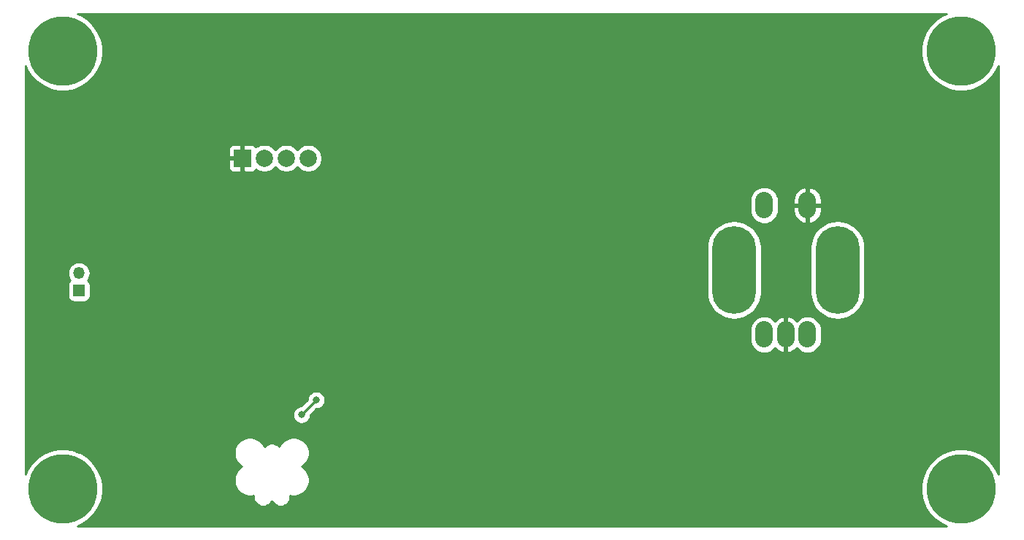
<source format=gbr>
G04 #@! TF.GenerationSoftware,KiCad,Pcbnew,5.1.2-5.1.2*
G04 #@! TF.CreationDate,2019-04-30T10:28:01-04:00*
G04 #@! TF.ProjectId,Controlpanel,436f6e74-726f-46c7-9061-6e656c2e6b69,rev?*
G04 #@! TF.SameCoordinates,Original*
G04 #@! TF.FileFunction,Copper,L2,Bot*
G04 #@! TF.FilePolarity,Positive*
%FSLAX46Y46*%
G04 Gerber Fmt 4.6, Leading zero omitted, Abs format (unit mm)*
G04 Created by KiCad (PCBNEW 5.1.2-5.1.2) date 2019-04-30 10:28:01*
%MOMM*%
%LPD*%
G04 APERTURE LIST*
%ADD10C,8.000000*%
%ADD11O,1.350000X1.350000*%
%ADD12R,1.350000X1.350000*%
%ADD13O,2.032000X3.048000*%
%ADD14O,5.080000X10.160000*%
%ADD15C,2.000000*%
%ADD16R,2.000000X2.000000*%
%ADD17C,0.800000*%
%ADD18C,0.250000*%
%ADD19C,0.254000*%
G04 APERTURE END LIST*
D10*
X157480000Y-55880000D03*
X261620000Y-55880000D03*
X261620000Y-106680000D03*
X157480000Y-106680000D03*
D11*
X159359600Y-81667600D03*
D12*
X159359600Y-83667600D03*
D13*
X241300000Y-88780000D03*
X243800000Y-88780000D03*
X238800000Y-88780000D03*
X243800000Y-73780000D03*
X238800000Y-73780000D03*
D14*
X235300000Y-81280000D03*
X247300000Y-81280000D03*
D15*
X185928000Y-68326000D03*
X183388000Y-68326000D03*
X180848000Y-68326000D03*
D16*
X178308000Y-68326000D03*
D17*
X159461200Y-73304400D03*
X240766600Y-97409000D03*
X226542600Y-71120000D03*
X224790000Y-71120000D03*
X223088200Y-71120000D03*
X217627200Y-58013600D03*
X240030000Y-63423800D03*
X218414600Y-79375000D03*
X218785400Y-90154800D03*
X218236800Y-103124000D03*
X207111600Y-104521000D03*
X201523600Y-87731600D03*
X175082200Y-101701600D03*
X185166000Y-98094800D03*
X186867800Y-96367600D03*
D18*
X185166000Y-98094800D02*
X185166000Y-98069400D01*
X185166000Y-98069400D02*
X186867800Y-96367600D01*
D19*
G36*
X259424504Y-51772516D02*
G01*
X258665360Y-52279760D01*
X258019760Y-52925360D01*
X257512516Y-53684504D01*
X257163120Y-54528020D01*
X256985000Y-55423492D01*
X256985000Y-56336508D01*
X257163120Y-57231980D01*
X257512516Y-58075496D01*
X258019760Y-58834640D01*
X258665360Y-59480240D01*
X259424504Y-59987484D01*
X260268020Y-60336880D01*
X261163492Y-60515000D01*
X262076508Y-60515000D01*
X262971980Y-60336880D01*
X263815496Y-59987484D01*
X264574640Y-59480240D01*
X265220240Y-58834640D01*
X265727484Y-58075496D01*
X265938000Y-57567266D01*
X265938000Y-104992734D01*
X265727484Y-104484504D01*
X265220240Y-103725360D01*
X264574640Y-103079760D01*
X263815496Y-102572516D01*
X262971980Y-102223120D01*
X262076508Y-102045000D01*
X261163492Y-102045000D01*
X260268020Y-102223120D01*
X259424504Y-102572516D01*
X258665360Y-103079760D01*
X258019760Y-103725360D01*
X257512516Y-104484504D01*
X257163120Y-105328020D01*
X256985000Y-106223492D01*
X256985000Y-107136508D01*
X257163120Y-108031980D01*
X257512516Y-108875496D01*
X258019760Y-109634640D01*
X258665360Y-110280240D01*
X259424504Y-110787484D01*
X259932734Y-110998000D01*
X159167266Y-110998000D01*
X159675496Y-110787484D01*
X160434640Y-110280240D01*
X161080240Y-109634640D01*
X161587484Y-108875496D01*
X161936880Y-108031980D01*
X162115000Y-107136508D01*
X162115000Y-106223492D01*
X161936880Y-105328020D01*
X161587484Y-104484504D01*
X161080240Y-103725360D01*
X160434640Y-103079760D01*
X159675496Y-102572516D01*
X159101851Y-102334904D01*
X177349150Y-102334904D01*
X177349150Y-102693896D01*
X177419186Y-103045989D01*
X177556566Y-103377654D01*
X177756011Y-103676144D01*
X178009856Y-103929989D01*
X178267139Y-104101900D01*
X178009856Y-104273811D01*
X177756011Y-104527656D01*
X177556566Y-104826146D01*
X177419186Y-105157811D01*
X177349150Y-105509904D01*
X177349150Y-105868896D01*
X177419186Y-106220989D01*
X177556566Y-106552654D01*
X177756011Y-106851144D01*
X178009856Y-107104989D01*
X178308346Y-107304434D01*
X178640011Y-107441814D01*
X178992104Y-107511850D01*
X179351096Y-107511850D01*
X179568165Y-107468672D01*
X179565300Y-107483075D01*
X179565300Y-107705725D01*
X179608737Y-107924096D01*
X179693941Y-108129798D01*
X179817639Y-108314924D01*
X179975076Y-108472361D01*
X180160202Y-108596059D01*
X180365904Y-108681263D01*
X180584275Y-108724700D01*
X180806925Y-108724700D01*
X181025296Y-108681263D01*
X181230998Y-108596059D01*
X181416124Y-108472361D01*
X181573561Y-108314924D01*
X181697259Y-108129798D01*
X181711600Y-108095176D01*
X181725941Y-108129798D01*
X181849639Y-108314924D01*
X182007076Y-108472361D01*
X182192202Y-108596059D01*
X182397904Y-108681263D01*
X182616275Y-108724700D01*
X182838925Y-108724700D01*
X183057296Y-108681263D01*
X183262998Y-108596059D01*
X183448124Y-108472361D01*
X183605561Y-108314924D01*
X183729259Y-108129798D01*
X183814463Y-107924096D01*
X183857900Y-107705725D01*
X183857900Y-107483075D01*
X183855035Y-107468672D01*
X184072104Y-107511850D01*
X184431096Y-107511850D01*
X184783189Y-107441814D01*
X185114854Y-107304434D01*
X185413344Y-107104989D01*
X185667189Y-106851144D01*
X185866634Y-106552654D01*
X186004014Y-106220989D01*
X186074050Y-105868896D01*
X186074050Y-105509904D01*
X186004014Y-105157811D01*
X185866634Y-104826146D01*
X185667189Y-104527656D01*
X185413344Y-104273811D01*
X185156061Y-104101900D01*
X185413344Y-103929989D01*
X185667189Y-103676144D01*
X185866634Y-103377654D01*
X186004014Y-103045989D01*
X186074050Y-102693896D01*
X186074050Y-102334904D01*
X186004014Y-101982811D01*
X185866634Y-101651146D01*
X185667189Y-101352656D01*
X185413344Y-101098811D01*
X185114854Y-100899366D01*
X184783189Y-100761986D01*
X184431096Y-100691950D01*
X184072104Y-100691950D01*
X183720011Y-100761986D01*
X183388346Y-100899366D01*
X183089856Y-101098811D01*
X182836011Y-101352656D01*
X182636566Y-101651146D01*
X182580994Y-101785309D01*
X182432124Y-101636439D01*
X182246998Y-101512741D01*
X182041296Y-101427537D01*
X181822925Y-101384100D01*
X181600275Y-101384100D01*
X181381904Y-101427537D01*
X181176202Y-101512741D01*
X180991076Y-101636439D01*
X180842206Y-101785309D01*
X180786634Y-101651146D01*
X180587189Y-101352656D01*
X180333344Y-101098811D01*
X180034854Y-100899366D01*
X179703189Y-100761986D01*
X179351096Y-100691950D01*
X178992104Y-100691950D01*
X178640011Y-100761986D01*
X178308346Y-100899366D01*
X178009856Y-101098811D01*
X177756011Y-101352656D01*
X177556566Y-101651146D01*
X177419186Y-101982811D01*
X177349150Y-102334904D01*
X159101851Y-102334904D01*
X158831980Y-102223120D01*
X157936508Y-102045000D01*
X157023492Y-102045000D01*
X156128020Y-102223120D01*
X155284504Y-102572516D01*
X154525360Y-103079760D01*
X153879760Y-103725360D01*
X153372516Y-104484504D01*
X153162000Y-104992734D01*
X153162000Y-97992861D01*
X184131000Y-97992861D01*
X184131000Y-98196739D01*
X184170774Y-98396698D01*
X184248795Y-98585056D01*
X184362063Y-98754574D01*
X184506226Y-98898737D01*
X184675744Y-99012005D01*
X184864102Y-99090026D01*
X185064061Y-99129800D01*
X185267939Y-99129800D01*
X185467898Y-99090026D01*
X185656256Y-99012005D01*
X185825774Y-98898737D01*
X185969937Y-98754574D01*
X186083205Y-98585056D01*
X186161226Y-98396698D01*
X186201000Y-98196739D01*
X186201000Y-98109201D01*
X186907602Y-97402600D01*
X186969739Y-97402600D01*
X187169698Y-97362826D01*
X187358056Y-97284805D01*
X187527574Y-97171537D01*
X187671737Y-97027374D01*
X187785005Y-96857856D01*
X187863026Y-96669498D01*
X187902800Y-96469539D01*
X187902800Y-96265661D01*
X187863026Y-96065702D01*
X187785005Y-95877344D01*
X187671737Y-95707826D01*
X187527574Y-95563663D01*
X187358056Y-95450395D01*
X187169698Y-95372374D01*
X186969739Y-95332600D01*
X186765861Y-95332600D01*
X186565902Y-95372374D01*
X186377544Y-95450395D01*
X186208026Y-95563663D01*
X186063863Y-95707826D01*
X185950595Y-95877344D01*
X185872574Y-96065702D01*
X185832800Y-96265661D01*
X185832800Y-96327798D01*
X185100799Y-97059800D01*
X185064061Y-97059800D01*
X184864102Y-97099574D01*
X184675744Y-97177595D01*
X184506226Y-97290863D01*
X184362063Y-97435026D01*
X184248795Y-97604544D01*
X184170774Y-97792902D01*
X184131000Y-97992861D01*
X153162000Y-97992861D01*
X153162000Y-88190897D01*
X237149000Y-88190897D01*
X237149000Y-89369104D01*
X237172889Y-89611653D01*
X237267295Y-89922867D01*
X237420603Y-90209684D01*
X237626919Y-90461082D01*
X237878317Y-90667398D01*
X238165134Y-90820705D01*
X238476348Y-90915111D01*
X238800000Y-90946988D01*
X239123653Y-90915111D01*
X239434867Y-90820705D01*
X239721684Y-90667398D01*
X239973082Y-90461082D01*
X240050898Y-90366263D01*
X240222369Y-90545236D01*
X240488350Y-90731314D01*
X240785522Y-90861926D01*
X240917056Y-90893975D01*
X241173000Y-90774836D01*
X241173000Y-88907000D01*
X241153000Y-88907000D01*
X241153000Y-88653000D01*
X241173000Y-88653000D01*
X241173000Y-86785164D01*
X241427000Y-86785164D01*
X241427000Y-88653000D01*
X241447000Y-88653000D01*
X241447000Y-88907000D01*
X241427000Y-88907000D01*
X241427000Y-90774836D01*
X241682944Y-90893975D01*
X241814478Y-90861926D01*
X242111650Y-90731314D01*
X242377631Y-90545236D01*
X242549103Y-90366262D01*
X242626919Y-90461082D01*
X242878317Y-90667398D01*
X243165134Y-90820705D01*
X243476348Y-90915111D01*
X243800000Y-90946988D01*
X244123653Y-90915111D01*
X244434867Y-90820705D01*
X244721684Y-90667398D01*
X244973082Y-90461082D01*
X245179398Y-90209684D01*
X245332705Y-89922867D01*
X245427111Y-89611653D01*
X245451000Y-89369104D01*
X245451000Y-88190896D01*
X245427111Y-87948347D01*
X245332705Y-87637133D01*
X245179398Y-87350316D01*
X244973082Y-87098918D01*
X244721683Y-86892602D01*
X244434866Y-86739295D01*
X244123652Y-86644889D01*
X243800000Y-86613012D01*
X243476347Y-86644889D01*
X243165133Y-86739295D01*
X242878316Y-86892602D01*
X242626918Y-87098918D01*
X242549102Y-87193737D01*
X242377631Y-87014764D01*
X242111650Y-86828686D01*
X241814478Y-86698074D01*
X241682944Y-86666025D01*
X241427000Y-86785164D01*
X241173000Y-86785164D01*
X240917056Y-86666025D01*
X240785522Y-86698074D01*
X240488350Y-86828686D01*
X240222369Y-87014764D01*
X240050898Y-87193737D01*
X239973082Y-87098918D01*
X239721683Y-86892602D01*
X239434866Y-86739295D01*
X239123652Y-86644889D01*
X238800000Y-86613012D01*
X238476347Y-86644889D01*
X238165133Y-86739295D01*
X237878316Y-86892602D01*
X237626918Y-87098918D01*
X237420602Y-87350317D01*
X237267295Y-87637134D01*
X237172889Y-87948348D01*
X237149000Y-88190897D01*
X153162000Y-88190897D01*
X153162000Y-81667600D01*
X158043262Y-81667600D01*
X158068555Y-81924405D01*
X158143462Y-82171341D01*
X158265105Y-82398918D01*
X158322231Y-82468526D01*
X158233415Y-82541415D01*
X158154063Y-82638106D01*
X158095098Y-82748420D01*
X158058788Y-82868118D01*
X158046528Y-82992600D01*
X158046528Y-84342600D01*
X158058788Y-84467082D01*
X158095098Y-84586780D01*
X158154063Y-84697094D01*
X158233415Y-84793785D01*
X158330106Y-84873137D01*
X158440420Y-84932102D01*
X158560118Y-84968412D01*
X158684600Y-84980672D01*
X160034600Y-84980672D01*
X160159082Y-84968412D01*
X160278780Y-84932102D01*
X160389094Y-84873137D01*
X160485785Y-84793785D01*
X160565137Y-84697094D01*
X160624102Y-84586780D01*
X160660412Y-84467082D01*
X160672672Y-84342600D01*
X160672672Y-82992600D01*
X160660412Y-82868118D01*
X160624102Y-82748420D01*
X160565137Y-82638106D01*
X160485785Y-82541415D01*
X160396969Y-82468526D01*
X160454095Y-82398918D01*
X160575738Y-82171341D01*
X160650645Y-81924405D01*
X160675938Y-81667600D01*
X160650645Y-81410795D01*
X160575738Y-81163859D01*
X160454095Y-80936282D01*
X160290392Y-80736808D01*
X160090918Y-80573105D01*
X159863341Y-80451462D01*
X159616405Y-80376555D01*
X159423951Y-80357600D01*
X159295249Y-80357600D01*
X159102795Y-80376555D01*
X158855859Y-80451462D01*
X158628282Y-80573105D01*
X158428808Y-80736808D01*
X158265105Y-80936282D01*
X158143462Y-81163859D01*
X158068555Y-81410795D01*
X158043262Y-81667600D01*
X153162000Y-81667600D01*
X153162000Y-78584028D01*
X232125000Y-78584028D01*
X232125001Y-83975973D01*
X232170941Y-84442409D01*
X232352491Y-85040899D01*
X232647312Y-85592470D01*
X233044074Y-86075927D01*
X233527531Y-86472689D01*
X234079102Y-86767510D01*
X234677592Y-86949060D01*
X235300000Y-87010362D01*
X235922409Y-86949060D01*
X236520899Y-86767510D01*
X237072470Y-86472689D01*
X237555927Y-86075927D01*
X237952689Y-85592470D01*
X238247510Y-85040899D01*
X238429060Y-84442409D01*
X238475000Y-83975973D01*
X238475000Y-78584028D01*
X244125000Y-78584028D01*
X244125001Y-83975973D01*
X244170941Y-84442409D01*
X244352491Y-85040899D01*
X244647312Y-85592470D01*
X245044074Y-86075927D01*
X245527531Y-86472689D01*
X246079102Y-86767510D01*
X246677592Y-86949060D01*
X247300000Y-87010362D01*
X247922409Y-86949060D01*
X248520899Y-86767510D01*
X249072470Y-86472689D01*
X249555927Y-86075927D01*
X249952689Y-85592470D01*
X250247510Y-85040899D01*
X250429060Y-84442409D01*
X250475000Y-83975973D01*
X250475000Y-78584027D01*
X250429060Y-78117591D01*
X250247510Y-77519101D01*
X249952689Y-76967530D01*
X249555927Y-76484073D01*
X249072469Y-76087311D01*
X248520898Y-75792490D01*
X247922408Y-75610940D01*
X247300000Y-75549638D01*
X246677591Y-75610940D01*
X246079101Y-75792490D01*
X245527530Y-76087311D01*
X245044073Y-76484073D01*
X244647311Y-76967531D01*
X244352490Y-77519102D01*
X244170940Y-78117592D01*
X244125000Y-78584028D01*
X238475000Y-78584028D01*
X238475000Y-78584027D01*
X238429060Y-78117591D01*
X238247510Y-77519101D01*
X237952689Y-76967530D01*
X237555927Y-76484073D01*
X237072469Y-76087311D01*
X236520898Y-75792490D01*
X235922408Y-75610940D01*
X235300000Y-75549638D01*
X234677591Y-75610940D01*
X234079101Y-75792490D01*
X233527530Y-76087311D01*
X233044073Y-76484073D01*
X232647311Y-76967531D01*
X232352490Y-77519102D01*
X232170940Y-78117592D01*
X232125000Y-78584028D01*
X153162000Y-78584028D01*
X153162000Y-73190897D01*
X237149000Y-73190897D01*
X237149000Y-74369104D01*
X237172889Y-74611653D01*
X237267295Y-74922867D01*
X237420603Y-75209684D01*
X237626919Y-75461082D01*
X237878317Y-75667398D01*
X238165134Y-75820705D01*
X238476348Y-75915111D01*
X238800000Y-75946988D01*
X239123653Y-75915111D01*
X239434867Y-75820705D01*
X239721684Y-75667398D01*
X239973082Y-75461082D01*
X240179398Y-75209684D01*
X240332705Y-74922867D01*
X240427111Y-74611653D01*
X240451000Y-74369104D01*
X240451000Y-73907000D01*
X242149000Y-73907000D01*
X242149000Y-74415000D01*
X242205500Y-74734654D01*
X242323276Y-75037143D01*
X242497801Y-75310843D01*
X242722369Y-75545236D01*
X242988350Y-75731314D01*
X243285522Y-75861926D01*
X243417056Y-75893975D01*
X243673000Y-75774836D01*
X243673000Y-73907000D01*
X243927000Y-73907000D01*
X243927000Y-75774836D01*
X244182944Y-75893975D01*
X244314478Y-75861926D01*
X244611650Y-75731314D01*
X244877631Y-75545236D01*
X245102199Y-75310843D01*
X245276724Y-75037143D01*
X245394500Y-74734654D01*
X245451000Y-74415000D01*
X245451000Y-73907000D01*
X243927000Y-73907000D01*
X243673000Y-73907000D01*
X242149000Y-73907000D01*
X240451000Y-73907000D01*
X240451000Y-73190896D01*
X240446480Y-73145000D01*
X242149000Y-73145000D01*
X242149000Y-73653000D01*
X243673000Y-73653000D01*
X243673000Y-71785164D01*
X243927000Y-71785164D01*
X243927000Y-73653000D01*
X245451000Y-73653000D01*
X245451000Y-73145000D01*
X245394500Y-72825346D01*
X245276724Y-72522857D01*
X245102199Y-72249157D01*
X244877631Y-72014764D01*
X244611650Y-71828686D01*
X244314478Y-71698074D01*
X244182944Y-71666025D01*
X243927000Y-71785164D01*
X243673000Y-71785164D01*
X243417056Y-71666025D01*
X243285522Y-71698074D01*
X242988350Y-71828686D01*
X242722369Y-72014764D01*
X242497801Y-72249157D01*
X242323276Y-72522857D01*
X242205500Y-72825346D01*
X242149000Y-73145000D01*
X240446480Y-73145000D01*
X240427111Y-72948347D01*
X240332705Y-72637133D01*
X240179398Y-72350316D01*
X239973082Y-72098918D01*
X239721683Y-71892602D01*
X239434866Y-71739295D01*
X239123652Y-71644889D01*
X238800000Y-71613012D01*
X238476347Y-71644889D01*
X238165133Y-71739295D01*
X237878316Y-71892602D01*
X237626918Y-72098918D01*
X237420602Y-72350317D01*
X237267295Y-72637134D01*
X237172889Y-72948348D01*
X237149000Y-73190897D01*
X153162000Y-73190897D01*
X153162000Y-69326000D01*
X176669928Y-69326000D01*
X176682188Y-69450482D01*
X176718498Y-69570180D01*
X176777463Y-69680494D01*
X176856815Y-69777185D01*
X176953506Y-69856537D01*
X177063820Y-69915502D01*
X177183518Y-69951812D01*
X177308000Y-69964072D01*
X178022250Y-69961000D01*
X178181000Y-69802250D01*
X178181000Y-68453000D01*
X176831750Y-68453000D01*
X176673000Y-68611750D01*
X176669928Y-69326000D01*
X153162000Y-69326000D01*
X153162000Y-67326000D01*
X176669928Y-67326000D01*
X176673000Y-68040250D01*
X176831750Y-68199000D01*
X178181000Y-68199000D01*
X178181000Y-66849750D01*
X178435000Y-66849750D01*
X178435000Y-68199000D01*
X178455000Y-68199000D01*
X178455000Y-68453000D01*
X178435000Y-68453000D01*
X178435000Y-69802250D01*
X178593750Y-69961000D01*
X179308000Y-69964072D01*
X179432482Y-69951812D01*
X179552180Y-69915502D01*
X179662494Y-69856537D01*
X179759185Y-69777185D01*
X179838537Y-69680494D01*
X179863191Y-69634370D01*
X180073537Y-69774918D01*
X180371088Y-69898168D01*
X180686967Y-69961000D01*
X181009033Y-69961000D01*
X181324912Y-69898168D01*
X181622463Y-69774918D01*
X181890252Y-69595987D01*
X182117987Y-69368252D01*
X182118000Y-69368233D01*
X182118013Y-69368252D01*
X182345748Y-69595987D01*
X182613537Y-69774918D01*
X182911088Y-69898168D01*
X183226967Y-69961000D01*
X183549033Y-69961000D01*
X183864912Y-69898168D01*
X184162463Y-69774918D01*
X184430252Y-69595987D01*
X184657987Y-69368252D01*
X184658000Y-69368233D01*
X184658013Y-69368252D01*
X184885748Y-69595987D01*
X185153537Y-69774918D01*
X185451088Y-69898168D01*
X185766967Y-69961000D01*
X186089033Y-69961000D01*
X186404912Y-69898168D01*
X186702463Y-69774918D01*
X186970252Y-69595987D01*
X187197987Y-69368252D01*
X187376918Y-69100463D01*
X187500168Y-68802912D01*
X187563000Y-68487033D01*
X187563000Y-68164967D01*
X187500168Y-67849088D01*
X187376918Y-67551537D01*
X187197987Y-67283748D01*
X186970252Y-67056013D01*
X186702463Y-66877082D01*
X186404912Y-66753832D01*
X186089033Y-66691000D01*
X185766967Y-66691000D01*
X185451088Y-66753832D01*
X185153537Y-66877082D01*
X184885748Y-67056013D01*
X184658013Y-67283748D01*
X184658000Y-67283767D01*
X184657987Y-67283748D01*
X184430252Y-67056013D01*
X184162463Y-66877082D01*
X183864912Y-66753832D01*
X183549033Y-66691000D01*
X183226967Y-66691000D01*
X182911088Y-66753832D01*
X182613537Y-66877082D01*
X182345748Y-67056013D01*
X182118013Y-67283748D01*
X182118000Y-67283767D01*
X182117987Y-67283748D01*
X181890252Y-67056013D01*
X181622463Y-66877082D01*
X181324912Y-66753832D01*
X181009033Y-66691000D01*
X180686967Y-66691000D01*
X180371088Y-66753832D01*
X180073537Y-66877082D01*
X179863191Y-67017630D01*
X179838537Y-66971506D01*
X179759185Y-66874815D01*
X179662494Y-66795463D01*
X179552180Y-66736498D01*
X179432482Y-66700188D01*
X179308000Y-66687928D01*
X178593750Y-66691000D01*
X178435000Y-66849750D01*
X178181000Y-66849750D01*
X178022250Y-66691000D01*
X177308000Y-66687928D01*
X177183518Y-66700188D01*
X177063820Y-66736498D01*
X176953506Y-66795463D01*
X176856815Y-66874815D01*
X176777463Y-66971506D01*
X176718498Y-67081820D01*
X176682188Y-67201518D01*
X176669928Y-67326000D01*
X153162000Y-67326000D01*
X153162000Y-57567266D01*
X153372516Y-58075496D01*
X153879760Y-58834640D01*
X154525360Y-59480240D01*
X155284504Y-59987484D01*
X156128020Y-60336880D01*
X157023492Y-60515000D01*
X157936508Y-60515000D01*
X158831980Y-60336880D01*
X159675496Y-59987484D01*
X160434640Y-59480240D01*
X161080240Y-58834640D01*
X161587484Y-58075496D01*
X161936880Y-57231980D01*
X162115000Y-56336508D01*
X162115000Y-55423492D01*
X161936880Y-54528020D01*
X161587484Y-53684504D01*
X161080240Y-52925360D01*
X160434640Y-52279760D01*
X159675496Y-51772516D01*
X159167266Y-51562000D01*
X259932734Y-51562000D01*
X259424504Y-51772516D01*
X259424504Y-51772516D01*
G37*
X259424504Y-51772516D02*
X258665360Y-52279760D01*
X258019760Y-52925360D01*
X257512516Y-53684504D01*
X257163120Y-54528020D01*
X256985000Y-55423492D01*
X256985000Y-56336508D01*
X257163120Y-57231980D01*
X257512516Y-58075496D01*
X258019760Y-58834640D01*
X258665360Y-59480240D01*
X259424504Y-59987484D01*
X260268020Y-60336880D01*
X261163492Y-60515000D01*
X262076508Y-60515000D01*
X262971980Y-60336880D01*
X263815496Y-59987484D01*
X264574640Y-59480240D01*
X265220240Y-58834640D01*
X265727484Y-58075496D01*
X265938000Y-57567266D01*
X265938000Y-104992734D01*
X265727484Y-104484504D01*
X265220240Y-103725360D01*
X264574640Y-103079760D01*
X263815496Y-102572516D01*
X262971980Y-102223120D01*
X262076508Y-102045000D01*
X261163492Y-102045000D01*
X260268020Y-102223120D01*
X259424504Y-102572516D01*
X258665360Y-103079760D01*
X258019760Y-103725360D01*
X257512516Y-104484504D01*
X257163120Y-105328020D01*
X256985000Y-106223492D01*
X256985000Y-107136508D01*
X257163120Y-108031980D01*
X257512516Y-108875496D01*
X258019760Y-109634640D01*
X258665360Y-110280240D01*
X259424504Y-110787484D01*
X259932734Y-110998000D01*
X159167266Y-110998000D01*
X159675496Y-110787484D01*
X160434640Y-110280240D01*
X161080240Y-109634640D01*
X161587484Y-108875496D01*
X161936880Y-108031980D01*
X162115000Y-107136508D01*
X162115000Y-106223492D01*
X161936880Y-105328020D01*
X161587484Y-104484504D01*
X161080240Y-103725360D01*
X160434640Y-103079760D01*
X159675496Y-102572516D01*
X159101851Y-102334904D01*
X177349150Y-102334904D01*
X177349150Y-102693896D01*
X177419186Y-103045989D01*
X177556566Y-103377654D01*
X177756011Y-103676144D01*
X178009856Y-103929989D01*
X178267139Y-104101900D01*
X178009856Y-104273811D01*
X177756011Y-104527656D01*
X177556566Y-104826146D01*
X177419186Y-105157811D01*
X177349150Y-105509904D01*
X177349150Y-105868896D01*
X177419186Y-106220989D01*
X177556566Y-106552654D01*
X177756011Y-106851144D01*
X178009856Y-107104989D01*
X178308346Y-107304434D01*
X178640011Y-107441814D01*
X178992104Y-107511850D01*
X179351096Y-107511850D01*
X179568165Y-107468672D01*
X179565300Y-107483075D01*
X179565300Y-107705725D01*
X179608737Y-107924096D01*
X179693941Y-108129798D01*
X179817639Y-108314924D01*
X179975076Y-108472361D01*
X180160202Y-108596059D01*
X180365904Y-108681263D01*
X180584275Y-108724700D01*
X180806925Y-108724700D01*
X181025296Y-108681263D01*
X181230998Y-108596059D01*
X181416124Y-108472361D01*
X181573561Y-108314924D01*
X181697259Y-108129798D01*
X181711600Y-108095176D01*
X181725941Y-108129798D01*
X181849639Y-108314924D01*
X182007076Y-108472361D01*
X182192202Y-108596059D01*
X182397904Y-108681263D01*
X182616275Y-108724700D01*
X182838925Y-108724700D01*
X183057296Y-108681263D01*
X183262998Y-108596059D01*
X183448124Y-108472361D01*
X183605561Y-108314924D01*
X183729259Y-108129798D01*
X183814463Y-107924096D01*
X183857900Y-107705725D01*
X183857900Y-107483075D01*
X183855035Y-107468672D01*
X184072104Y-107511850D01*
X184431096Y-107511850D01*
X184783189Y-107441814D01*
X185114854Y-107304434D01*
X185413344Y-107104989D01*
X185667189Y-106851144D01*
X185866634Y-106552654D01*
X186004014Y-106220989D01*
X186074050Y-105868896D01*
X186074050Y-105509904D01*
X186004014Y-105157811D01*
X185866634Y-104826146D01*
X185667189Y-104527656D01*
X185413344Y-104273811D01*
X185156061Y-104101900D01*
X185413344Y-103929989D01*
X185667189Y-103676144D01*
X185866634Y-103377654D01*
X186004014Y-103045989D01*
X186074050Y-102693896D01*
X186074050Y-102334904D01*
X186004014Y-101982811D01*
X185866634Y-101651146D01*
X185667189Y-101352656D01*
X185413344Y-101098811D01*
X185114854Y-100899366D01*
X184783189Y-100761986D01*
X184431096Y-100691950D01*
X184072104Y-100691950D01*
X183720011Y-100761986D01*
X183388346Y-100899366D01*
X183089856Y-101098811D01*
X182836011Y-101352656D01*
X182636566Y-101651146D01*
X182580994Y-101785309D01*
X182432124Y-101636439D01*
X182246998Y-101512741D01*
X182041296Y-101427537D01*
X181822925Y-101384100D01*
X181600275Y-101384100D01*
X181381904Y-101427537D01*
X181176202Y-101512741D01*
X180991076Y-101636439D01*
X180842206Y-101785309D01*
X180786634Y-101651146D01*
X180587189Y-101352656D01*
X180333344Y-101098811D01*
X180034854Y-100899366D01*
X179703189Y-100761986D01*
X179351096Y-100691950D01*
X178992104Y-100691950D01*
X178640011Y-100761986D01*
X178308346Y-100899366D01*
X178009856Y-101098811D01*
X177756011Y-101352656D01*
X177556566Y-101651146D01*
X177419186Y-101982811D01*
X177349150Y-102334904D01*
X159101851Y-102334904D01*
X158831980Y-102223120D01*
X157936508Y-102045000D01*
X157023492Y-102045000D01*
X156128020Y-102223120D01*
X155284504Y-102572516D01*
X154525360Y-103079760D01*
X153879760Y-103725360D01*
X153372516Y-104484504D01*
X153162000Y-104992734D01*
X153162000Y-97992861D01*
X184131000Y-97992861D01*
X184131000Y-98196739D01*
X184170774Y-98396698D01*
X184248795Y-98585056D01*
X184362063Y-98754574D01*
X184506226Y-98898737D01*
X184675744Y-99012005D01*
X184864102Y-99090026D01*
X185064061Y-99129800D01*
X185267939Y-99129800D01*
X185467898Y-99090026D01*
X185656256Y-99012005D01*
X185825774Y-98898737D01*
X185969937Y-98754574D01*
X186083205Y-98585056D01*
X186161226Y-98396698D01*
X186201000Y-98196739D01*
X186201000Y-98109201D01*
X186907602Y-97402600D01*
X186969739Y-97402600D01*
X187169698Y-97362826D01*
X187358056Y-97284805D01*
X187527574Y-97171537D01*
X187671737Y-97027374D01*
X187785005Y-96857856D01*
X187863026Y-96669498D01*
X187902800Y-96469539D01*
X187902800Y-96265661D01*
X187863026Y-96065702D01*
X187785005Y-95877344D01*
X187671737Y-95707826D01*
X187527574Y-95563663D01*
X187358056Y-95450395D01*
X187169698Y-95372374D01*
X186969739Y-95332600D01*
X186765861Y-95332600D01*
X186565902Y-95372374D01*
X186377544Y-95450395D01*
X186208026Y-95563663D01*
X186063863Y-95707826D01*
X185950595Y-95877344D01*
X185872574Y-96065702D01*
X185832800Y-96265661D01*
X185832800Y-96327798D01*
X185100799Y-97059800D01*
X185064061Y-97059800D01*
X184864102Y-97099574D01*
X184675744Y-97177595D01*
X184506226Y-97290863D01*
X184362063Y-97435026D01*
X184248795Y-97604544D01*
X184170774Y-97792902D01*
X184131000Y-97992861D01*
X153162000Y-97992861D01*
X153162000Y-88190897D01*
X237149000Y-88190897D01*
X237149000Y-89369104D01*
X237172889Y-89611653D01*
X237267295Y-89922867D01*
X237420603Y-90209684D01*
X237626919Y-90461082D01*
X237878317Y-90667398D01*
X238165134Y-90820705D01*
X238476348Y-90915111D01*
X238800000Y-90946988D01*
X239123653Y-90915111D01*
X239434867Y-90820705D01*
X239721684Y-90667398D01*
X239973082Y-90461082D01*
X240050898Y-90366263D01*
X240222369Y-90545236D01*
X240488350Y-90731314D01*
X240785522Y-90861926D01*
X240917056Y-90893975D01*
X241173000Y-90774836D01*
X241173000Y-88907000D01*
X241153000Y-88907000D01*
X241153000Y-88653000D01*
X241173000Y-88653000D01*
X241173000Y-86785164D01*
X241427000Y-86785164D01*
X241427000Y-88653000D01*
X241447000Y-88653000D01*
X241447000Y-88907000D01*
X241427000Y-88907000D01*
X241427000Y-90774836D01*
X241682944Y-90893975D01*
X241814478Y-90861926D01*
X242111650Y-90731314D01*
X242377631Y-90545236D01*
X242549103Y-90366262D01*
X242626919Y-90461082D01*
X242878317Y-90667398D01*
X243165134Y-90820705D01*
X243476348Y-90915111D01*
X243800000Y-90946988D01*
X244123653Y-90915111D01*
X244434867Y-90820705D01*
X244721684Y-90667398D01*
X244973082Y-90461082D01*
X245179398Y-90209684D01*
X245332705Y-89922867D01*
X245427111Y-89611653D01*
X245451000Y-89369104D01*
X245451000Y-88190896D01*
X245427111Y-87948347D01*
X245332705Y-87637133D01*
X245179398Y-87350316D01*
X244973082Y-87098918D01*
X244721683Y-86892602D01*
X244434866Y-86739295D01*
X244123652Y-86644889D01*
X243800000Y-86613012D01*
X243476347Y-86644889D01*
X243165133Y-86739295D01*
X242878316Y-86892602D01*
X242626918Y-87098918D01*
X242549102Y-87193737D01*
X242377631Y-87014764D01*
X242111650Y-86828686D01*
X241814478Y-86698074D01*
X241682944Y-86666025D01*
X241427000Y-86785164D01*
X241173000Y-86785164D01*
X240917056Y-86666025D01*
X240785522Y-86698074D01*
X240488350Y-86828686D01*
X240222369Y-87014764D01*
X240050898Y-87193737D01*
X239973082Y-87098918D01*
X239721683Y-86892602D01*
X239434866Y-86739295D01*
X239123652Y-86644889D01*
X238800000Y-86613012D01*
X238476347Y-86644889D01*
X238165133Y-86739295D01*
X237878316Y-86892602D01*
X237626918Y-87098918D01*
X237420602Y-87350317D01*
X237267295Y-87637134D01*
X237172889Y-87948348D01*
X237149000Y-88190897D01*
X153162000Y-88190897D01*
X153162000Y-81667600D01*
X158043262Y-81667600D01*
X158068555Y-81924405D01*
X158143462Y-82171341D01*
X158265105Y-82398918D01*
X158322231Y-82468526D01*
X158233415Y-82541415D01*
X158154063Y-82638106D01*
X158095098Y-82748420D01*
X158058788Y-82868118D01*
X158046528Y-82992600D01*
X158046528Y-84342600D01*
X158058788Y-84467082D01*
X158095098Y-84586780D01*
X158154063Y-84697094D01*
X158233415Y-84793785D01*
X158330106Y-84873137D01*
X158440420Y-84932102D01*
X158560118Y-84968412D01*
X158684600Y-84980672D01*
X160034600Y-84980672D01*
X160159082Y-84968412D01*
X160278780Y-84932102D01*
X160389094Y-84873137D01*
X160485785Y-84793785D01*
X160565137Y-84697094D01*
X160624102Y-84586780D01*
X160660412Y-84467082D01*
X160672672Y-84342600D01*
X160672672Y-82992600D01*
X160660412Y-82868118D01*
X160624102Y-82748420D01*
X160565137Y-82638106D01*
X160485785Y-82541415D01*
X160396969Y-82468526D01*
X160454095Y-82398918D01*
X160575738Y-82171341D01*
X160650645Y-81924405D01*
X160675938Y-81667600D01*
X160650645Y-81410795D01*
X160575738Y-81163859D01*
X160454095Y-80936282D01*
X160290392Y-80736808D01*
X160090918Y-80573105D01*
X159863341Y-80451462D01*
X159616405Y-80376555D01*
X159423951Y-80357600D01*
X159295249Y-80357600D01*
X159102795Y-80376555D01*
X158855859Y-80451462D01*
X158628282Y-80573105D01*
X158428808Y-80736808D01*
X158265105Y-80936282D01*
X158143462Y-81163859D01*
X158068555Y-81410795D01*
X158043262Y-81667600D01*
X153162000Y-81667600D01*
X153162000Y-78584028D01*
X232125000Y-78584028D01*
X232125001Y-83975973D01*
X232170941Y-84442409D01*
X232352491Y-85040899D01*
X232647312Y-85592470D01*
X233044074Y-86075927D01*
X233527531Y-86472689D01*
X234079102Y-86767510D01*
X234677592Y-86949060D01*
X235300000Y-87010362D01*
X235922409Y-86949060D01*
X236520899Y-86767510D01*
X237072470Y-86472689D01*
X237555927Y-86075927D01*
X237952689Y-85592470D01*
X238247510Y-85040899D01*
X238429060Y-84442409D01*
X238475000Y-83975973D01*
X238475000Y-78584028D01*
X244125000Y-78584028D01*
X244125001Y-83975973D01*
X244170941Y-84442409D01*
X244352491Y-85040899D01*
X244647312Y-85592470D01*
X245044074Y-86075927D01*
X245527531Y-86472689D01*
X246079102Y-86767510D01*
X246677592Y-86949060D01*
X247300000Y-87010362D01*
X247922409Y-86949060D01*
X248520899Y-86767510D01*
X249072470Y-86472689D01*
X249555927Y-86075927D01*
X249952689Y-85592470D01*
X250247510Y-85040899D01*
X250429060Y-84442409D01*
X250475000Y-83975973D01*
X250475000Y-78584027D01*
X250429060Y-78117591D01*
X250247510Y-77519101D01*
X249952689Y-76967530D01*
X249555927Y-76484073D01*
X249072469Y-76087311D01*
X248520898Y-75792490D01*
X247922408Y-75610940D01*
X247300000Y-75549638D01*
X246677591Y-75610940D01*
X246079101Y-75792490D01*
X245527530Y-76087311D01*
X245044073Y-76484073D01*
X244647311Y-76967531D01*
X244352490Y-77519102D01*
X244170940Y-78117592D01*
X244125000Y-78584028D01*
X238475000Y-78584028D01*
X238475000Y-78584027D01*
X238429060Y-78117591D01*
X238247510Y-77519101D01*
X237952689Y-76967530D01*
X237555927Y-76484073D01*
X237072469Y-76087311D01*
X236520898Y-75792490D01*
X235922408Y-75610940D01*
X235300000Y-75549638D01*
X234677591Y-75610940D01*
X234079101Y-75792490D01*
X233527530Y-76087311D01*
X233044073Y-76484073D01*
X232647311Y-76967531D01*
X232352490Y-77519102D01*
X232170940Y-78117592D01*
X232125000Y-78584028D01*
X153162000Y-78584028D01*
X153162000Y-73190897D01*
X237149000Y-73190897D01*
X237149000Y-74369104D01*
X237172889Y-74611653D01*
X237267295Y-74922867D01*
X237420603Y-75209684D01*
X237626919Y-75461082D01*
X237878317Y-75667398D01*
X238165134Y-75820705D01*
X238476348Y-75915111D01*
X238800000Y-75946988D01*
X239123653Y-75915111D01*
X239434867Y-75820705D01*
X239721684Y-75667398D01*
X239973082Y-75461082D01*
X240179398Y-75209684D01*
X240332705Y-74922867D01*
X240427111Y-74611653D01*
X240451000Y-74369104D01*
X240451000Y-73907000D01*
X242149000Y-73907000D01*
X242149000Y-74415000D01*
X242205500Y-74734654D01*
X242323276Y-75037143D01*
X242497801Y-75310843D01*
X242722369Y-75545236D01*
X242988350Y-75731314D01*
X243285522Y-75861926D01*
X243417056Y-75893975D01*
X243673000Y-75774836D01*
X243673000Y-73907000D01*
X243927000Y-73907000D01*
X243927000Y-75774836D01*
X244182944Y-75893975D01*
X244314478Y-75861926D01*
X244611650Y-75731314D01*
X244877631Y-75545236D01*
X245102199Y-75310843D01*
X245276724Y-75037143D01*
X245394500Y-74734654D01*
X245451000Y-74415000D01*
X245451000Y-73907000D01*
X243927000Y-73907000D01*
X243673000Y-73907000D01*
X242149000Y-73907000D01*
X240451000Y-73907000D01*
X240451000Y-73190896D01*
X240446480Y-73145000D01*
X242149000Y-73145000D01*
X242149000Y-73653000D01*
X243673000Y-73653000D01*
X243673000Y-71785164D01*
X243927000Y-71785164D01*
X243927000Y-73653000D01*
X245451000Y-73653000D01*
X245451000Y-73145000D01*
X245394500Y-72825346D01*
X245276724Y-72522857D01*
X245102199Y-72249157D01*
X244877631Y-72014764D01*
X244611650Y-71828686D01*
X244314478Y-71698074D01*
X244182944Y-71666025D01*
X243927000Y-71785164D01*
X243673000Y-71785164D01*
X243417056Y-71666025D01*
X243285522Y-71698074D01*
X242988350Y-71828686D01*
X242722369Y-72014764D01*
X242497801Y-72249157D01*
X242323276Y-72522857D01*
X242205500Y-72825346D01*
X242149000Y-73145000D01*
X240446480Y-73145000D01*
X240427111Y-72948347D01*
X240332705Y-72637133D01*
X240179398Y-72350316D01*
X239973082Y-72098918D01*
X239721683Y-71892602D01*
X239434866Y-71739295D01*
X239123652Y-71644889D01*
X238800000Y-71613012D01*
X238476347Y-71644889D01*
X238165133Y-71739295D01*
X237878316Y-71892602D01*
X237626918Y-72098918D01*
X237420602Y-72350317D01*
X237267295Y-72637134D01*
X237172889Y-72948348D01*
X237149000Y-73190897D01*
X153162000Y-73190897D01*
X153162000Y-69326000D01*
X176669928Y-69326000D01*
X176682188Y-69450482D01*
X176718498Y-69570180D01*
X176777463Y-69680494D01*
X176856815Y-69777185D01*
X176953506Y-69856537D01*
X177063820Y-69915502D01*
X177183518Y-69951812D01*
X177308000Y-69964072D01*
X178022250Y-69961000D01*
X178181000Y-69802250D01*
X178181000Y-68453000D01*
X176831750Y-68453000D01*
X176673000Y-68611750D01*
X176669928Y-69326000D01*
X153162000Y-69326000D01*
X153162000Y-67326000D01*
X176669928Y-67326000D01*
X176673000Y-68040250D01*
X176831750Y-68199000D01*
X178181000Y-68199000D01*
X178181000Y-66849750D01*
X178435000Y-66849750D01*
X178435000Y-68199000D01*
X178455000Y-68199000D01*
X178455000Y-68453000D01*
X178435000Y-68453000D01*
X178435000Y-69802250D01*
X178593750Y-69961000D01*
X179308000Y-69964072D01*
X179432482Y-69951812D01*
X179552180Y-69915502D01*
X179662494Y-69856537D01*
X179759185Y-69777185D01*
X179838537Y-69680494D01*
X179863191Y-69634370D01*
X180073537Y-69774918D01*
X180371088Y-69898168D01*
X180686967Y-69961000D01*
X181009033Y-69961000D01*
X181324912Y-69898168D01*
X181622463Y-69774918D01*
X181890252Y-69595987D01*
X182117987Y-69368252D01*
X182118000Y-69368233D01*
X182118013Y-69368252D01*
X182345748Y-69595987D01*
X182613537Y-69774918D01*
X182911088Y-69898168D01*
X183226967Y-69961000D01*
X183549033Y-69961000D01*
X183864912Y-69898168D01*
X184162463Y-69774918D01*
X184430252Y-69595987D01*
X184657987Y-69368252D01*
X184658000Y-69368233D01*
X184658013Y-69368252D01*
X184885748Y-69595987D01*
X185153537Y-69774918D01*
X185451088Y-69898168D01*
X185766967Y-69961000D01*
X186089033Y-69961000D01*
X186404912Y-69898168D01*
X186702463Y-69774918D01*
X186970252Y-69595987D01*
X187197987Y-69368252D01*
X187376918Y-69100463D01*
X187500168Y-68802912D01*
X187563000Y-68487033D01*
X187563000Y-68164967D01*
X187500168Y-67849088D01*
X187376918Y-67551537D01*
X187197987Y-67283748D01*
X186970252Y-67056013D01*
X186702463Y-66877082D01*
X186404912Y-66753832D01*
X186089033Y-66691000D01*
X185766967Y-66691000D01*
X185451088Y-66753832D01*
X185153537Y-66877082D01*
X184885748Y-67056013D01*
X184658013Y-67283748D01*
X184658000Y-67283767D01*
X184657987Y-67283748D01*
X184430252Y-67056013D01*
X184162463Y-66877082D01*
X183864912Y-66753832D01*
X183549033Y-66691000D01*
X183226967Y-66691000D01*
X182911088Y-66753832D01*
X182613537Y-66877082D01*
X182345748Y-67056013D01*
X182118013Y-67283748D01*
X182118000Y-67283767D01*
X182117987Y-67283748D01*
X181890252Y-67056013D01*
X181622463Y-66877082D01*
X181324912Y-66753832D01*
X181009033Y-66691000D01*
X180686967Y-66691000D01*
X180371088Y-66753832D01*
X180073537Y-66877082D01*
X179863191Y-67017630D01*
X179838537Y-66971506D01*
X179759185Y-66874815D01*
X179662494Y-66795463D01*
X179552180Y-66736498D01*
X179432482Y-66700188D01*
X179308000Y-66687928D01*
X178593750Y-66691000D01*
X178435000Y-66849750D01*
X178181000Y-66849750D01*
X178022250Y-66691000D01*
X177308000Y-66687928D01*
X177183518Y-66700188D01*
X177063820Y-66736498D01*
X176953506Y-66795463D01*
X176856815Y-66874815D01*
X176777463Y-66971506D01*
X176718498Y-67081820D01*
X176682188Y-67201518D01*
X176669928Y-67326000D01*
X153162000Y-67326000D01*
X153162000Y-57567266D01*
X153372516Y-58075496D01*
X153879760Y-58834640D01*
X154525360Y-59480240D01*
X155284504Y-59987484D01*
X156128020Y-60336880D01*
X157023492Y-60515000D01*
X157936508Y-60515000D01*
X158831980Y-60336880D01*
X159675496Y-59987484D01*
X160434640Y-59480240D01*
X161080240Y-58834640D01*
X161587484Y-58075496D01*
X161936880Y-57231980D01*
X162115000Y-56336508D01*
X162115000Y-55423492D01*
X161936880Y-54528020D01*
X161587484Y-53684504D01*
X161080240Y-52925360D01*
X160434640Y-52279760D01*
X159675496Y-51772516D01*
X159167266Y-51562000D01*
X259932734Y-51562000D01*
X259424504Y-51772516D01*
M02*

</source>
